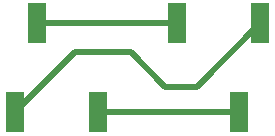
<source format=gbr>
%TF.GenerationSoftware,KiCad,Pcbnew,(6.0.1)*%
%TF.CreationDate,2022-01-21T14:23:51-05:00*%
%TF.ProjectId,midi-trs-a-b-conveter,6d696469-2d74-4727-932d-612d622d636f,rev?*%
%TF.SameCoordinates,Original*%
%TF.FileFunction,Copper,L1,Top*%
%TF.FilePolarity,Positive*%
%FSLAX46Y46*%
G04 Gerber Fmt 4.6, Leading zero omitted, Abs format (unit mm)*
G04 Created by KiCad (PCBNEW (6.0.1)) date 2022-01-21 14:23:51*
%MOMM*%
%LPD*%
G01*
G04 APERTURE LIST*
%TA.AperFunction,SMDPad,CuDef*%
%ADD10R,1.500000X3.500000*%
%TD*%
%TA.AperFunction,Conductor*%
%ADD11C,0.500000*%
%TD*%
G04 APERTURE END LIST*
D10*
%TO.P,U2,1*%
%TO.N,Net-(U1-Pad1)*%
X85050000Y-52750000D03*
%TO.P,U2,3*%
%TO.N,Net-(U1-Pad2)*%
X86850000Y-45250000D03*
%TO.P,U2,2*%
%TO.N,Net-(U1-Pad3)*%
X92050000Y-52750000D03*
%TD*%
%TO.P,U1,1*%
%TO.N,Net-(U1-Pad1)*%
X105750000Y-45250000D03*
%TO.P,U1,3*%
%TO.N,Net-(U1-Pad3)*%
X103950000Y-52750000D03*
%TO.P,U1,2*%
%TO.N,Net-(U1-Pad2)*%
X98750000Y-45250000D03*
%TD*%
D11*
%TO.N,Net-(U1-Pad1)*%
X97700000Y-50600000D02*
X94800000Y-47700000D01*
X100400000Y-50600000D02*
X97700000Y-50600000D01*
X105750000Y-45250000D02*
X100400000Y-50600000D01*
X94800000Y-47700000D02*
X90100000Y-47700000D01*
X90100000Y-47700000D02*
X85050000Y-52750000D01*
%TO.N,Net-(U1-Pad2)*%
X86850000Y-45250000D02*
X98750000Y-45250000D01*
%TO.N,Net-(U1-Pad3)*%
X103950000Y-52750000D02*
X92050000Y-52750000D01*
%TD*%
M02*

</source>
